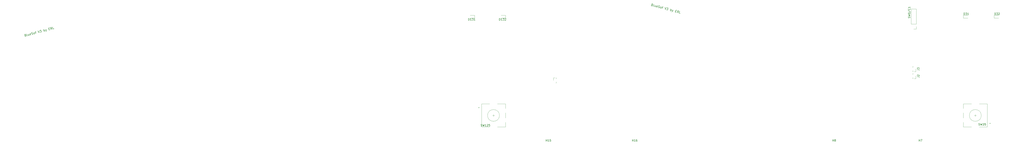
<source format=gbr>
%TF.GenerationSoftware,KiCad,Pcbnew,(5.99.0-8557-g8988e46ab1)*%
%TF.CreationDate,2021-02-24T09:02:56-07:00*%
%TF.ProjectId,SP56,53503536-2e6b-4696-9361-645f70636258,rev?*%
%TF.SameCoordinates,Original*%
%TF.FileFunction,Legend,Top*%
%TF.FilePolarity,Positive*%
%FSLAX46Y46*%
G04 Gerber Fmt 4.6, Leading zero omitted, Abs format (unit mm)*
G04 Created by KiCad (PCBNEW (5.99.0-8557-g8988e46ab1)) date 2021-02-24 09:02:56*
%MOMM*%
%LPD*%
G01*
G04 APERTURE LIST*
%ADD10C,0.200000*%
%ADD11C,0.150000*%
%ADD12C,0.120000*%
G04 APERTURE END LIST*
D10*
X182363668Y-3066771D02*
X182501899Y-3158038D01*
X182538938Y-3222192D01*
X182562419Y-3336941D01*
X182521748Y-3488729D01*
X182444037Y-3576364D01*
X182379884Y-3613403D01*
X182265135Y-3636885D01*
X181860366Y-3528428D01*
X182145067Y-2465909D01*
X182499239Y-2560809D01*
X182586874Y-2638520D01*
X182623913Y-2702673D01*
X182647395Y-2817423D01*
X182620281Y-2918615D01*
X182542570Y-3006250D01*
X182478417Y-3043289D01*
X182363668Y-3066771D01*
X182009495Y-2971870D01*
X183074672Y-3853800D02*
X182987037Y-3776090D01*
X182963556Y-3661340D01*
X183207585Y-2750610D01*
X184124607Y-3375927D02*
X183934806Y-4084272D01*
X183669242Y-3253912D02*
X183520113Y-3810469D01*
X183543595Y-3925219D01*
X183631230Y-4002929D01*
X183783018Y-4043601D01*
X183897767Y-4020119D01*
X183961921Y-3983080D01*
X184859094Y-4277705D02*
X184744344Y-4301187D01*
X184541960Y-4246958D01*
X184454325Y-4169248D01*
X184430843Y-4054499D01*
X184539300Y-3649730D01*
X184617011Y-3562095D01*
X184731760Y-3538613D01*
X184934145Y-3592842D01*
X185021780Y-3670552D01*
X185045262Y-3785302D01*
X185018147Y-3886494D01*
X184485072Y-3852114D01*
X185314459Y-4399720D02*
X185452690Y-4490988D01*
X185705670Y-4558774D01*
X185820420Y-4535292D01*
X185884573Y-4498253D01*
X185962284Y-4410618D01*
X185989398Y-4309426D01*
X185965916Y-4194676D01*
X185928877Y-4130523D01*
X185841242Y-4052813D01*
X185652415Y-3947988D01*
X185564780Y-3870277D01*
X185527741Y-3806124D01*
X185504259Y-3691375D01*
X185531374Y-3590182D01*
X185609084Y-3502547D01*
X185673237Y-3465508D01*
X185787987Y-3442027D01*
X186040967Y-3509813D01*
X186179199Y-3601080D01*
X186515208Y-4775689D02*
X186427573Y-4697978D01*
X186390534Y-4633825D01*
X186367053Y-4519076D01*
X186448396Y-4215499D01*
X186526106Y-4127864D01*
X186590259Y-4090825D01*
X186705009Y-4067343D01*
X186856797Y-4108015D01*
X186944432Y-4185725D01*
X186981471Y-4249879D01*
X187004953Y-4364628D01*
X186923610Y-4668205D01*
X186845899Y-4755840D01*
X186781746Y-4792879D01*
X186666997Y-4816360D01*
X186515208Y-4775689D01*
X187362758Y-4243587D02*
X187767527Y-4352044D01*
X187324746Y-4992604D02*
X187568775Y-4081874D01*
X187646486Y-3994239D01*
X187761235Y-3970757D01*
X187862428Y-3997871D01*
X188874350Y-4269015D02*
X188943822Y-5426434D01*
X189582696Y-4458816D01*
X189835676Y-4526602D02*
X190493426Y-4702845D01*
X190030795Y-5012714D01*
X190182584Y-5053385D01*
X190270219Y-5131096D01*
X190307258Y-5195249D01*
X190330739Y-5309999D01*
X190262953Y-5562979D01*
X190185243Y-5650614D01*
X190121090Y-5687653D01*
X190006340Y-5711135D01*
X189702763Y-5629792D01*
X189615128Y-5552081D01*
X189578090Y-5487928D01*
X191473627Y-6104293D02*
X191758328Y-5041775D01*
X191649871Y-5446544D02*
X191764620Y-5423062D01*
X191967005Y-5477291D01*
X192054640Y-5555001D01*
X192091679Y-5619155D01*
X192115161Y-5733904D01*
X192033817Y-6037481D01*
X191956107Y-6125116D01*
X191891954Y-6162155D01*
X191777204Y-6185636D01*
X191574820Y-6131408D01*
X191487185Y-6053697D01*
X192523562Y-5626420D02*
X192586742Y-6402551D01*
X193029523Y-5761992D02*
X192586742Y-6402551D01*
X192417764Y-6628418D01*
X192353611Y-6665457D01*
X192238861Y-6688938D01*
X194203158Y-6239153D02*
X194557331Y-6334053D01*
X194559990Y-6931282D02*
X194054029Y-6795710D01*
X194338730Y-5733191D01*
X194844691Y-5868763D01*
X195622509Y-7215983D02*
X195403908Y-6615121D01*
X195015356Y-7053296D02*
X195300056Y-5990778D01*
X195704825Y-6099236D01*
X195792460Y-6176946D01*
X195829499Y-6241099D01*
X195852981Y-6355849D01*
X195812310Y-6507637D01*
X195734599Y-6595272D01*
X195670446Y-6632311D01*
X195555696Y-6655793D01*
X195150927Y-6547335D01*
X196583835Y-7473569D02*
X196077874Y-7337997D01*
X196362575Y-6275479D01*
X-136869894Y-18546357D02*
X-136704548Y-18556282D01*
X-136640395Y-18593321D01*
X-136562685Y-18680956D01*
X-136522013Y-18832744D01*
X-136545495Y-18947493D01*
X-136582534Y-19011647D01*
X-136670169Y-19089357D01*
X-137074938Y-19197815D01*
X-137359639Y-18135296D01*
X-137005466Y-18040396D01*
X-136890716Y-18063878D01*
X-136826563Y-18100917D01*
X-136748853Y-18188552D01*
X-136721738Y-18289744D01*
X-136745220Y-18404493D01*
X-136782259Y-18468647D01*
X-136869894Y-18546357D01*
X-137224067Y-18641257D01*
X-135860631Y-18872442D02*
X-135975380Y-18848960D01*
X-136053091Y-18761325D01*
X-136297120Y-17850595D01*
X-135190298Y-17933624D02*
X-135000497Y-18641970D01*
X-135645663Y-18055639D02*
X-135496534Y-18612196D01*
X-135418823Y-18699831D01*
X-135304074Y-18723313D01*
X-135152285Y-18682642D01*
X-135064650Y-18604931D01*
X-135027611Y-18540778D01*
X-134103324Y-18347344D02*
X-134190959Y-18425055D01*
X-134393344Y-18479284D01*
X-134508093Y-18455802D01*
X-134585804Y-18368167D01*
X-134694261Y-17963398D01*
X-134670779Y-17848649D01*
X-134583144Y-17770938D01*
X-134380760Y-17716709D01*
X-134266010Y-17740191D01*
X-134188300Y-17827826D01*
X-134161186Y-17929018D01*
X-134640032Y-18165782D01*
X-133647959Y-18225330D02*
X-133482614Y-18235254D01*
X-133229633Y-18167468D01*
X-133141998Y-18089758D01*
X-133104959Y-18025605D01*
X-133081477Y-17910855D01*
X-133108592Y-17809663D01*
X-133186302Y-17722028D01*
X-133250455Y-17684989D01*
X-133365205Y-17661507D01*
X-133581147Y-17665140D01*
X-133695896Y-17641658D01*
X-133760049Y-17604619D01*
X-133837760Y-17516984D01*
X-133864874Y-17415792D01*
X-133841392Y-17301043D01*
X-133804353Y-17236889D01*
X-133716718Y-17159179D01*
X-133463738Y-17091393D01*
X-133298392Y-17101317D01*
X-132420095Y-17950553D02*
X-132534845Y-17927072D01*
X-132598998Y-17890033D01*
X-132676708Y-17802398D01*
X-132758052Y-17498821D01*
X-132734570Y-17384072D01*
X-132697531Y-17319918D01*
X-132609896Y-17242208D01*
X-132458107Y-17201536D01*
X-132343358Y-17225018D01*
X-132279205Y-17262057D01*
X-132201494Y-17349692D01*
X-132120151Y-17653269D01*
X-132143633Y-17768018D01*
X-132180672Y-17832171D01*
X-132268307Y-17909882D01*
X-132420095Y-17950553D01*
X-131952146Y-17065964D02*
X-131547377Y-16957507D01*
X-131610557Y-17733638D02*
X-131854587Y-16822908D01*
X-131831105Y-16708159D01*
X-131743470Y-16630448D01*
X-131642278Y-16603334D01*
X-130630355Y-16332190D02*
X-129991482Y-17299808D01*
X-129922010Y-16142390D01*
X-129669029Y-16074604D02*
X-129011280Y-15898360D01*
X-129256995Y-16398029D01*
X-129105207Y-16357358D01*
X-128990457Y-16380840D01*
X-128926304Y-16417879D01*
X-128848593Y-16505514D01*
X-128780808Y-16758494D01*
X-128804289Y-16873244D01*
X-128841328Y-16937397D01*
X-128928963Y-17015107D01*
X-129232540Y-17096451D01*
X-129347289Y-17072969D01*
X-129411443Y-17035930D01*
X-127461676Y-16621949D02*
X-127746377Y-15559431D01*
X-127637919Y-15964199D02*
X-127550284Y-15886489D01*
X-127347900Y-15832260D01*
X-127233150Y-15855742D01*
X-127168997Y-15892781D01*
X-127091287Y-15980416D01*
X-127009944Y-16283993D01*
X-127033425Y-16398742D01*
X-127070464Y-16462895D01*
X-127158099Y-16540606D01*
X-127360484Y-16594835D01*
X-127475233Y-16571353D01*
X-126791343Y-15683131D02*
X-126348561Y-16323691D01*
X-126285381Y-15547559D02*
X-126348561Y-16323691D01*
X-126381968Y-16603786D01*
X-126419007Y-16667939D01*
X-126506642Y-16745650D01*
X-125030403Y-15373975D02*
X-124676230Y-15279075D01*
X-124375313Y-15794960D02*
X-124881274Y-15930532D01*
X-125165975Y-14868014D01*
X-124660014Y-14732442D01*
X-123312795Y-15510260D02*
X-123802539Y-15099199D01*
X-123919948Y-15672946D02*
X-124204649Y-14610427D01*
X-123799880Y-14501970D01*
X-123685131Y-14525452D01*
X-123620977Y-14562491D01*
X-123543267Y-14650126D01*
X-123502595Y-14801914D01*
X-123526077Y-14916663D01*
X-123563116Y-14980817D01*
X-123650751Y-15058527D01*
X-124055520Y-15166985D01*
X-122351468Y-15252673D02*
X-122857429Y-15388245D01*
X-123142130Y-14325726D01*
D11*
%TO.C,SWD/C1*%
X313654761Y-9757142D02*
X313702380Y-9614285D01*
X313702380Y-9376190D01*
X313654761Y-9280952D01*
X313607142Y-9233333D01*
X313511904Y-9185714D01*
X313416666Y-9185714D01*
X313321428Y-9233333D01*
X313273809Y-9280952D01*
X313226190Y-9376190D01*
X313178571Y-9566666D01*
X313130952Y-9661904D01*
X313083333Y-9709523D01*
X312988095Y-9757142D01*
X312892857Y-9757142D01*
X312797619Y-9709523D01*
X312750000Y-9661904D01*
X312702380Y-9566666D01*
X312702380Y-9328571D01*
X312750000Y-9185714D01*
X312702380Y-8852380D02*
X313702380Y-8614285D01*
X312988095Y-8423809D01*
X313702380Y-8233333D01*
X312702380Y-7995238D01*
X313702380Y-7614285D02*
X312702380Y-7614285D01*
X312702380Y-7376190D01*
X312750000Y-7233333D01*
X312845238Y-7138095D01*
X312940476Y-7090476D01*
X313130952Y-7042857D01*
X313273809Y-7042857D01*
X313464285Y-7090476D01*
X313559523Y-7138095D01*
X313654761Y-7233333D01*
X313702380Y-7376190D01*
X313702380Y-7614285D01*
X312654761Y-5900000D02*
X313940476Y-6757142D01*
X313607142Y-4995238D02*
X313654761Y-5042857D01*
X313702380Y-5185714D01*
X313702380Y-5280952D01*
X313654761Y-5423809D01*
X313559523Y-5519047D01*
X313464285Y-5566666D01*
X313273809Y-5614285D01*
X313130952Y-5614285D01*
X312940476Y-5566666D01*
X312845238Y-5519047D01*
X312750000Y-5423809D01*
X312702380Y-5280952D01*
X312702380Y-5185714D01*
X312750000Y-5042857D01*
X312797619Y-4995238D01*
X313702380Y-4042857D02*
X313702380Y-4614285D01*
X313702380Y-4328571D02*
X312702380Y-4328571D01*
X312845238Y-4423809D01*
X312940476Y-4519047D01*
X312988095Y-4614285D01*
%TO.C,J3*%
X317337380Y-36133333D02*
X318051666Y-36133333D01*
X318194523Y-36180952D01*
X318289761Y-36276190D01*
X318337380Y-36419047D01*
X318337380Y-36514285D01*
X317337380Y-35752380D02*
X317337380Y-35133333D01*
X317718333Y-35466666D01*
X317718333Y-35323809D01*
X317765952Y-35228571D01*
X317813571Y-35180952D01*
X317908809Y-35133333D01*
X318146904Y-35133333D01*
X318242142Y-35180952D01*
X318289761Y-35228571D01*
X318337380Y-35323809D01*
X318337380Y-35609523D01*
X318289761Y-35704761D01*
X318242142Y-35752380D01*
%TO.C,J2*%
X317337380Y-39733333D02*
X318051666Y-39733333D01*
X318194523Y-39780952D01*
X318289761Y-39876190D01*
X318337380Y-40019047D01*
X318337380Y-40114285D01*
X317432619Y-39304761D02*
X317385000Y-39257142D01*
X317337380Y-39161904D01*
X317337380Y-38923809D01*
X317385000Y-38828571D01*
X317432619Y-38780952D01*
X317527857Y-38733333D01*
X317623095Y-38733333D01*
X317765952Y-38780952D01*
X318337380Y-39352380D01*
X318337380Y-38733333D01*
%TO.C,H8*%
X274188095Y-72752380D02*
X274188095Y-71752380D01*
X274188095Y-72228571D02*
X274759523Y-72228571D01*
X274759523Y-72752380D02*
X274759523Y-71752380D01*
X275378571Y-72180952D02*
X275283333Y-72133333D01*
X275235714Y-72085714D01*
X275188095Y-71990476D01*
X275188095Y-71942857D01*
X275235714Y-71847619D01*
X275283333Y-71800000D01*
X275378571Y-71752380D01*
X275569047Y-71752380D01*
X275664285Y-71800000D01*
X275711904Y-71847619D01*
X275759523Y-71942857D01*
X275759523Y-71990476D01*
X275711904Y-72085714D01*
X275664285Y-72133333D01*
X275569047Y-72180952D01*
X275378571Y-72180952D01*
X275283333Y-72228571D01*
X275235714Y-72276190D01*
X275188095Y-72371428D01*
X275188095Y-72561904D01*
X275235714Y-72657142D01*
X275283333Y-72704761D01*
X275378571Y-72752380D01*
X275569047Y-72752380D01*
X275664285Y-72704761D01*
X275711904Y-72657142D01*
X275759523Y-72561904D01*
X275759523Y-72371428D01*
X275711904Y-72276190D01*
X275664285Y-72228571D01*
X275569047Y-72180952D01*
%TO.C,D132*%
X104409523Y-10982380D02*
X104409523Y-9982380D01*
X104647619Y-9982380D01*
X104790476Y-10030000D01*
X104885714Y-10125238D01*
X104933333Y-10220476D01*
X104980952Y-10410952D01*
X104980952Y-10553809D01*
X104933333Y-10744285D01*
X104885714Y-10839523D01*
X104790476Y-10934761D01*
X104647619Y-10982380D01*
X104409523Y-10982380D01*
X105933333Y-10982380D02*
X105361904Y-10982380D01*
X105647619Y-10982380D02*
X105647619Y-9982380D01*
X105552380Y-10125238D01*
X105457142Y-10220476D01*
X105361904Y-10268095D01*
X106266666Y-9982380D02*
X106885714Y-9982380D01*
X106552380Y-10363333D01*
X106695238Y-10363333D01*
X106790476Y-10410952D01*
X106838095Y-10458571D01*
X106885714Y-10553809D01*
X106885714Y-10791904D01*
X106838095Y-10887142D01*
X106790476Y-10934761D01*
X106695238Y-10982380D01*
X106409523Y-10982380D01*
X106314285Y-10934761D01*
X106266666Y-10887142D01*
X107266666Y-10077619D02*
X107314285Y-10030000D01*
X107409523Y-9982380D01*
X107647619Y-9982380D01*
X107742857Y-10030000D01*
X107790476Y-10077619D01*
X107838095Y-10172857D01*
X107838095Y-10268095D01*
X107790476Y-10410952D01*
X107219047Y-10982380D01*
X107838095Y-10982380D01*
%TO.C,D31*%
X341035714Y-8122380D02*
X341035714Y-7122380D01*
X341273809Y-7122380D01*
X341416666Y-7170000D01*
X341511904Y-7265238D01*
X341559523Y-7360476D01*
X341607142Y-7550952D01*
X341607142Y-7693809D01*
X341559523Y-7884285D01*
X341511904Y-7979523D01*
X341416666Y-8074761D01*
X341273809Y-8122380D01*
X341035714Y-8122380D01*
X341940476Y-7122380D02*
X342559523Y-7122380D01*
X342226190Y-7503333D01*
X342369047Y-7503333D01*
X342464285Y-7550952D01*
X342511904Y-7598571D01*
X342559523Y-7693809D01*
X342559523Y-7931904D01*
X342511904Y-8027142D01*
X342464285Y-8074761D01*
X342369047Y-8122380D01*
X342083333Y-8122380D01*
X341988095Y-8074761D01*
X341940476Y-8027142D01*
X343511904Y-8122380D02*
X342940476Y-8122380D01*
X343226190Y-8122380D02*
X343226190Y-7122380D01*
X343130952Y-7265238D01*
X343035714Y-7360476D01*
X342940476Y-7408095D01*
%TO.C,H15*%
X128161904Y-72752380D02*
X128161904Y-71752380D01*
X128161904Y-72228571D02*
X128733333Y-72228571D01*
X128733333Y-72752380D02*
X128733333Y-71752380D01*
X129733333Y-72752380D02*
X129161904Y-72752380D01*
X129447619Y-72752380D02*
X129447619Y-71752380D01*
X129352380Y-71895238D01*
X129257142Y-71990476D01*
X129161904Y-72038095D01*
X130638095Y-71752380D02*
X130161904Y-71752380D01*
X130114285Y-72228571D01*
X130161904Y-72180952D01*
X130257142Y-72133333D01*
X130495238Y-72133333D01*
X130590476Y-72180952D01*
X130638095Y-72228571D01*
X130685714Y-72323809D01*
X130685714Y-72561904D01*
X130638095Y-72657142D01*
X130590476Y-72704761D01*
X130495238Y-72752380D01*
X130257142Y-72752380D01*
X130161904Y-72704761D01*
X130114285Y-72657142D01*
%TO.C,SW125*%
X95089285Y-64954761D02*
X95232142Y-65002380D01*
X95470238Y-65002380D01*
X95565476Y-64954761D01*
X95613095Y-64907142D01*
X95660714Y-64811904D01*
X95660714Y-64716666D01*
X95613095Y-64621428D01*
X95565476Y-64573809D01*
X95470238Y-64526190D01*
X95279761Y-64478571D01*
X95184523Y-64430952D01*
X95136904Y-64383333D01*
X95089285Y-64288095D01*
X95089285Y-64192857D01*
X95136904Y-64097619D01*
X95184523Y-64050000D01*
X95279761Y-64002380D01*
X95517857Y-64002380D01*
X95660714Y-64050000D01*
X95994047Y-64002380D02*
X96232142Y-65002380D01*
X96422619Y-64288095D01*
X96613095Y-65002380D01*
X96851190Y-64002380D01*
X97755952Y-65002380D02*
X97184523Y-65002380D01*
X97470238Y-65002380D02*
X97470238Y-64002380D01*
X97375000Y-64145238D01*
X97279761Y-64240476D01*
X97184523Y-64288095D01*
X98136904Y-64097619D02*
X98184523Y-64050000D01*
X98279761Y-64002380D01*
X98517857Y-64002380D01*
X98613095Y-64050000D01*
X98660714Y-64097619D01*
X98708333Y-64192857D01*
X98708333Y-64288095D01*
X98660714Y-64430952D01*
X98089285Y-65002380D01*
X98708333Y-65002380D01*
X99613095Y-64002380D02*
X99136904Y-64002380D01*
X99089285Y-64478571D01*
X99136904Y-64430952D01*
X99232142Y-64383333D01*
X99470238Y-64383333D01*
X99565476Y-64430952D01*
X99613095Y-64478571D01*
X99660714Y-64573809D01*
X99660714Y-64811904D01*
X99613095Y-64907142D01*
X99565476Y-64954761D01*
X99470238Y-65002380D01*
X99232142Y-65002380D01*
X99136904Y-64954761D01*
X99089285Y-64907142D01*
%TO.C,H7*%
X318188095Y-72752380D02*
X318188095Y-71752380D01*
X318188095Y-72228571D02*
X318759523Y-72228571D01*
X318759523Y-72752380D02*
X318759523Y-71752380D01*
X319140476Y-71752380D02*
X319807142Y-71752380D01*
X319378571Y-72752380D01*
%TO.C,D32*%
X356735714Y-8147380D02*
X356735714Y-7147380D01*
X356973809Y-7147380D01*
X357116666Y-7195000D01*
X357211904Y-7290238D01*
X357259523Y-7385476D01*
X357307142Y-7575952D01*
X357307142Y-7718809D01*
X357259523Y-7909285D01*
X357211904Y-8004523D01*
X357116666Y-8099761D01*
X356973809Y-8147380D01*
X356735714Y-8147380D01*
X357640476Y-7147380D02*
X358259523Y-7147380D01*
X357926190Y-7528333D01*
X358069047Y-7528333D01*
X358164285Y-7575952D01*
X358211904Y-7623571D01*
X358259523Y-7718809D01*
X358259523Y-7956904D01*
X358211904Y-8052142D01*
X358164285Y-8099761D01*
X358069047Y-8147380D01*
X357783333Y-8147380D01*
X357688095Y-8099761D01*
X357640476Y-8052142D01*
X358640476Y-7242619D02*
X358688095Y-7195000D01*
X358783333Y-7147380D01*
X359021428Y-7147380D01*
X359116666Y-7195000D01*
X359164285Y-7242619D01*
X359211904Y-7337857D01*
X359211904Y-7433095D01*
X359164285Y-7575952D01*
X358592857Y-8147380D01*
X359211904Y-8147380D01*
%TO.C,H16*%
X172161904Y-72752380D02*
X172161904Y-71752380D01*
X172161904Y-72228571D02*
X172733333Y-72228571D01*
X172733333Y-72752380D02*
X172733333Y-71752380D01*
X173733333Y-72752380D02*
X173161904Y-72752380D01*
X173447619Y-72752380D02*
X173447619Y-71752380D01*
X173352380Y-71895238D01*
X173257142Y-71990476D01*
X173161904Y-72038095D01*
X174590476Y-71752380D02*
X174400000Y-71752380D01*
X174304761Y-71800000D01*
X174257142Y-71847619D01*
X174161904Y-71990476D01*
X174114285Y-72180952D01*
X174114285Y-72561904D01*
X174161904Y-72657142D01*
X174209523Y-72704761D01*
X174304761Y-72752380D01*
X174495238Y-72752380D01*
X174590476Y-72704761D01*
X174638095Y-72657142D01*
X174685714Y-72561904D01*
X174685714Y-72323809D01*
X174638095Y-72228571D01*
X174590476Y-72180952D01*
X174495238Y-72133333D01*
X174304761Y-72133333D01*
X174209523Y-72180952D01*
X174161904Y-72228571D01*
X174114285Y-72323809D01*
%TO.C,D131*%
X88709523Y-11007380D02*
X88709523Y-10007380D01*
X88947619Y-10007380D01*
X89090476Y-10055000D01*
X89185714Y-10150238D01*
X89233333Y-10245476D01*
X89280952Y-10435952D01*
X89280952Y-10578809D01*
X89233333Y-10769285D01*
X89185714Y-10864523D01*
X89090476Y-10959761D01*
X88947619Y-11007380D01*
X88709523Y-11007380D01*
X90233333Y-11007380D02*
X89661904Y-11007380D01*
X89947619Y-11007380D02*
X89947619Y-10007380D01*
X89852380Y-10150238D01*
X89757142Y-10245476D01*
X89661904Y-10293095D01*
X90566666Y-10007380D02*
X91185714Y-10007380D01*
X90852380Y-10388333D01*
X90995238Y-10388333D01*
X91090476Y-10435952D01*
X91138095Y-10483571D01*
X91185714Y-10578809D01*
X91185714Y-10816904D01*
X91138095Y-10912142D01*
X91090476Y-10959761D01*
X90995238Y-11007380D01*
X90709523Y-11007380D01*
X90614285Y-10959761D01*
X90566666Y-10912142D01*
X92138095Y-11007380D02*
X91566666Y-11007380D01*
X91852380Y-11007380D02*
X91852380Y-10007380D01*
X91757142Y-10150238D01*
X91661904Y-10245476D01*
X91566666Y-10293095D01*
%TO.C,SW25*%
X348592476Y-64504761D02*
X348735333Y-64552380D01*
X348973428Y-64552380D01*
X349068666Y-64504761D01*
X349116285Y-64457142D01*
X349163904Y-64361904D01*
X349163904Y-64266666D01*
X349116285Y-64171428D01*
X349068666Y-64123809D01*
X348973428Y-64076190D01*
X348782952Y-64028571D01*
X348687714Y-63980952D01*
X348640095Y-63933333D01*
X348592476Y-63838095D01*
X348592476Y-63742857D01*
X348640095Y-63647619D01*
X348687714Y-63600000D01*
X348782952Y-63552380D01*
X349021047Y-63552380D01*
X349163904Y-63600000D01*
X349497238Y-63552380D02*
X349735333Y-64552380D01*
X349925809Y-63838095D01*
X350116285Y-64552380D01*
X350354380Y-63552380D01*
X350687714Y-63647619D02*
X350735333Y-63600000D01*
X350830571Y-63552380D01*
X351068666Y-63552380D01*
X351163904Y-63600000D01*
X351211523Y-63647619D01*
X351259142Y-63742857D01*
X351259142Y-63838095D01*
X351211523Y-63980952D01*
X350640095Y-64552380D01*
X351259142Y-64552380D01*
X352163904Y-63552380D02*
X351687714Y-63552380D01*
X351640095Y-64028571D01*
X351687714Y-63980952D01*
X351782952Y-63933333D01*
X352021047Y-63933333D01*
X352116285Y-63980952D01*
X352163904Y-64028571D01*
X352211523Y-64123809D01*
X352211523Y-64361904D01*
X352163904Y-64457142D01*
X352116285Y-64504761D01*
X352021047Y-64552380D01*
X351782952Y-64552380D01*
X351687714Y-64504761D01*
X351640095Y-64457142D01*
D12*
%TO.C,SWD/C1*%
X314145000Y-12830000D02*
X314145000Y-5150000D01*
X316805000Y-14100000D02*
X316805000Y-15430000D01*
X316805000Y-15430000D02*
X315475000Y-15430000D01*
X316805000Y-12830000D02*
X316805000Y-5150000D01*
X316805000Y-5150000D02*
X314145000Y-5150000D01*
X316805000Y-12830000D02*
X314145000Y-12830000D01*
%TO.C,J3*%
X315055000Y-34470000D02*
X315055000Y-35040000D01*
X315175000Y-34470000D02*
X315055000Y-34470000D01*
X316510000Y-35800000D02*
X316510000Y-37130000D01*
X315175000Y-37130000D02*
X315055000Y-37130000D01*
X316510000Y-37130000D02*
X315750000Y-37130000D01*
X315055000Y-36560000D02*
X315055000Y-37130000D01*
%TO.C,J2*%
X315055000Y-38070000D02*
X315055000Y-38640000D01*
X315175000Y-40730000D02*
X315055000Y-40730000D01*
X316510000Y-39400000D02*
X316510000Y-40730000D01*
X316510000Y-40730000D02*
X315750000Y-40730000D01*
X315175000Y-38070000D02*
X315055000Y-38070000D01*
X315055000Y-40160000D02*
X315055000Y-40730000D01*
%TO.C,J104*%
X133275000Y-40270000D02*
X133395000Y-40270000D01*
X131940000Y-40270000D02*
X132700000Y-40270000D01*
X133395000Y-42930000D02*
X133395000Y-42360000D01*
X133395000Y-40840000D02*
X133395000Y-40270000D01*
X131940000Y-41600000D02*
X131940000Y-40270000D01*
X133275000Y-42930000D02*
X133395000Y-42930000D01*
%TO.C,D132*%
X107585000Y-9835000D02*
X107585000Y-8365000D01*
X105300000Y-9835000D02*
X107585000Y-9835000D01*
X107585000Y-8365000D02*
X105300000Y-8365000D01*
%TO.C,D31*%
X340765000Y-9835000D02*
X343050000Y-9835000D01*
X343050000Y-8365000D02*
X340765000Y-8365000D01*
X340765000Y-8365000D02*
X340765000Y-9835000D01*
%TO.C,SW125*%
X95375000Y-53600000D02*
X95375000Y-65400000D01*
X94275000Y-55400000D02*
X93975000Y-55700000D01*
X107575000Y-53600000D02*
X107575000Y-56000000D01*
X100975000Y-59500000D02*
X101975000Y-59500000D01*
X93675000Y-55400000D02*
X94275000Y-55400000D01*
X99475000Y-65400000D02*
X95375000Y-65400000D01*
X103475000Y-53600000D02*
X107575000Y-53600000D01*
X93975000Y-55700000D02*
X93675000Y-55400000D01*
X107575000Y-63000000D02*
X107575000Y-65400000D01*
X101475000Y-59000000D02*
X101475000Y-60000000D01*
X107575000Y-65400000D02*
X103475000Y-65400000D01*
X107575000Y-58200000D02*
X107575000Y-60800000D01*
X99475000Y-53600000D02*
X95375000Y-53600000D01*
X104475000Y-59500000D02*
G75*
G03*
X104475000Y-59500000I-3000000J0D01*
G01*
%TO.C,D32*%
X356465000Y-9860000D02*
X358750000Y-9860000D01*
X358750000Y-8390000D02*
X356465000Y-8390000D01*
X356465000Y-8390000D02*
X356465000Y-9860000D01*
%TO.C,D131*%
X91885000Y-8390000D02*
X89600000Y-8390000D01*
X91885000Y-9860000D02*
X91885000Y-8390000D01*
X89600000Y-9860000D02*
X91885000Y-9860000D01*
%TO.C,SW25*%
X352975000Y-65400000D02*
X352975000Y-53600000D01*
X354075000Y-63600000D02*
X354375000Y-63300000D01*
X340775000Y-65400000D02*
X340775000Y-63000000D01*
X347375000Y-59500000D02*
X346375000Y-59500000D01*
X354675000Y-63600000D02*
X354075000Y-63600000D01*
X348875000Y-53600000D02*
X352975000Y-53600000D01*
X344875000Y-65400000D02*
X340775000Y-65400000D01*
X354375000Y-63300000D02*
X354675000Y-63600000D01*
X340775000Y-56000000D02*
X340775000Y-53600000D01*
X346875000Y-60000000D02*
X346875000Y-59000000D01*
X340775000Y-53600000D02*
X344875000Y-53600000D01*
X340775000Y-60800000D02*
X340775000Y-58200000D01*
X348875000Y-65400000D02*
X352975000Y-65400000D01*
X349875000Y-59500000D02*
G75*
G03*
X349875000Y-59500000I-3000000J0D01*
G01*
%TD*%
M02*

</source>
